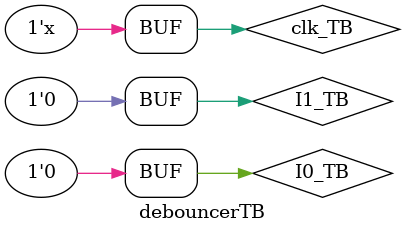
<source format=v>
module debouncerTB();
reg clk_TB;
reg I0_TB;
reg I1_TB;
wire O0_TB;
wire O1_TB;



debouncer debouncerTST(
    .clk(clk_TB),
    .I0(I0_TB),
    .I1(I1_TB),
    .O0(O0_TB),
    .O1(O1_TB)
    );
    
always
begin
#5
clk_TB =~clk_TB;
end


initial
begin
clk_TB =0;
I0_TB =0;
I1_TB =0;
#50
I0_TB =1;
#50
I1_TB =1;
#50
I0_TB =0;
#50
I1_TB =0;
#50
I1_TB =1;
#50
I0_TB =1;
#50
I0_TB =0;
#50
I1_TB =0;
end


endmodule

</source>
